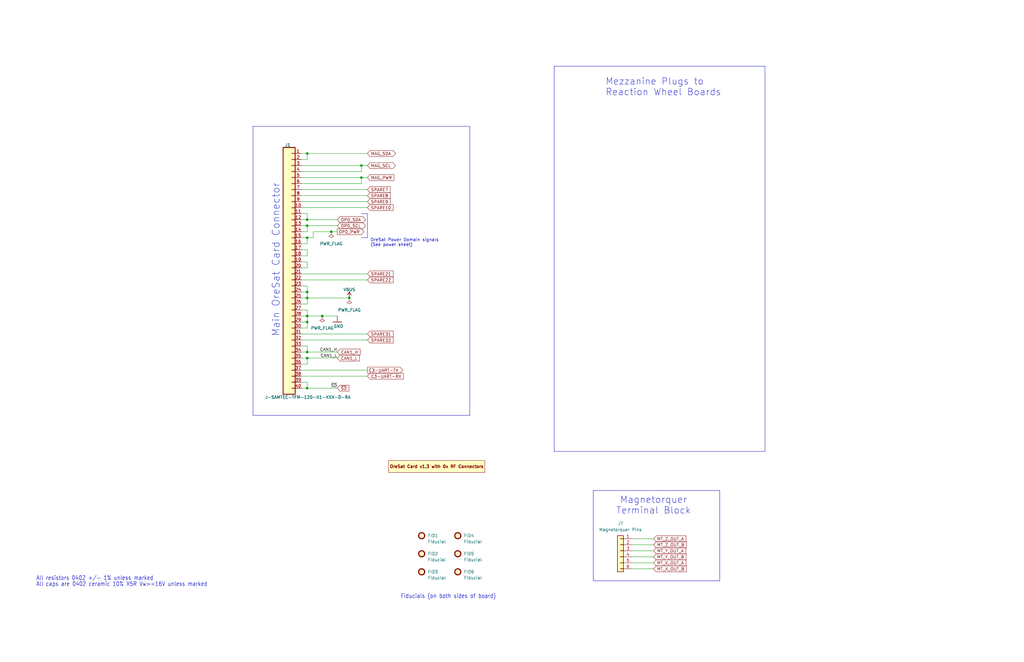
<source format=kicad_sch>
(kicad_sch (version 20250114) (generator "eeschema") (generator_version "9.0")
  (paper "B")
  (title_block (title "OreSat ADCS Card") (date "2023-11-21") (rev "v1.3"))
  (lib_symbols
    (symbol "Connector_Generic:Conn_01x06" (pin_names (offset 1.016) (hide yes))
      (property "Reference" "J" (at 0 7.62 0))
      (property "Value" "Conn_01x06" (at 0 -10.16 0))
      (symbol "Conn_01x06_1_1"
        (rectangle (start -1.27 6.35) (end 1.27 -8.89) (stroke (width 0.254)) (fill (type background)))
        (rectangle (start -1.27 5.207) (end 0 4.953) (stroke (width 0.1524)))
        (rectangle (start -1.27 2.667) (end 0 2.413) (stroke (width 0.1524)))
        (rectangle (start -1.27 0.127) (end 0 -0.127) (stroke (width 0.1524)))
        (rectangle (start -1.27 -2.413) (end 0 -2.667) (stroke (width 0.1524)))
        (rectangle (start -1.27 -4.953) (end 0 -5.207) (stroke (width 0.1524)))
        (rectangle (start -1.27 -7.493) (end 0 -7.747) (stroke (width 0.1524)))
        (pin passive line (at -5.08 5.08 0) (length 3.81) (name "Pin_1") (number "1"))
        (pin passive line (at -5.08 2.54 0) (length 3.81) (name "Pin_2") (number "2"))
        (pin passive line (at -5.08 0 0) (length 3.81) (name "Pin_3") (number "3"))
        (pin passive line (at -5.08 -2.54 0) (length 3.81) (name "Pin_4") (number "4"))
        (pin passive line (at -5.08 -5.08 0) (length 3.81) (name "Pin_5") (number "5"))
        (pin passive line (at -5.08 -7.62 0) (length 3.81) (name "Pin_6") (number "6"))
      )
    )
    (symbol "Mechanical:Fiducial"
      (property "Reference" "FID" (at 0 5.08 0))
      (property "Value" "Fiducial" (at 0 3.175 0))
      (symbol "Fiducial_0_1"
        (circle (center 0 0) (radius 1.27) (stroke (width 0.508)) (fill (type background)))
      )
    )
    (symbol "oresat-acs-card-eagle-import:GND" (power)
      (property "Value" "GND" (at -2.54 -2.54 0))
      (symbol "GND_1_0"
        (polyline (pts (xy -1.905 0) (xy 1.905 0)) (stroke (width 0.254)))
        (pin power_in line (at 0 2.54 270) (length 2.54) (name "GND") (number "1"))
      )
    )
    (symbol "oresat-acs-card-eagle-import:VBUS" (power)
      (property "Value" "VBUS" (at 0 0.254 0))
      (symbol "VBUS_1_0"
        (polyline (pts (xy 0 0) (xy -0.762 -1.27)) (stroke (width 0.254)))
        (polyline (pts (xy 0.762 -1.27) (xy 0 0)) (stroke (width 0.254)))
        (pin power_in line (at 0 -2.54 90) (length 2.54) (name "VBUS") (number "1"))
      )
    )
    (symbol "oresat-connectors:J-SAMTEC-TFM-120-01-L-D-RA" (pin_names (hide yes))
      (property "Reference" "J" (at 0 54.61 0))
      (property "Value" "J-SAMTEC-TFM-120-01-L-D-RA" (at 0 52.07 0))
      (symbol "J-SAMTEC-TFM-120-01-L-D-RA_0_1"
        (rectangle (start 2.413 48.387) (end 1.143 48.133) (stroke (width 0.1524)))
        (rectangle (start 2.413 45.847) (end 1.143 45.593) (stroke (width 0.1524)))
        (rectangle (start 2.413 43.307) (end 1.143 43.053) (stroke (width 0.1524)))
        (rectangle (start 2.413 40.767) (end 1.143 40.513) (stroke (width 0.1524)))
        (rectangle (start 2.413 38.227) (end 1.143 37.973) (stroke (width 0.1524)))
        (rectangle (start 2.413 35.687) (end 1.143 35.433) (stroke (width 0.1524)))
        (rectangle (start 2.413 33.147) (end 1.143 32.893) (stroke (width 0.1524)))
        (rectangle (start 2.413 30.607) (end 1.143 30.353) (stroke (width 0.1524)))
        (rectangle (start 2.413 28.067) (end 1.143 27.813) (stroke (width 0.1524)))
        (rectangle (start 2.413 25.527) (end 1.143 25.273) (stroke (width 0.1524)))
        (rectangle (start 2.413 22.987) (end 1.143 22.733) (stroke (width 0.1524)))
        (rectangle (start 2.413 20.447) (end 1.143 20.193) (stroke (width 0.1524)))
        (rectangle (start 2.413 17.907) (end 1.143 17.653) (stroke (width 0.1524)))
        (rectangle (start 2.413 15.367) (end 1.143 15.113) (stroke (width 0.1524)))
        (rectangle (start 2.413 12.827) (end 1.143 12.573) (stroke (width 0.1524)))
        (rectangle (start 2.413 10.287) (end 1.143 10.033) (stroke (width 0.1524)))
        (rectangle (start 2.413 7.747) (end 1.143 7.493) (stroke (width 0.1524)))
        (rectangle (start 2.413 5.207) (end 1.143 4.953) (stroke (width 0.1524)))
        (rectangle (start 2.413 2.667) (end 1.143 2.413) (stroke (width 0.1524)))
        (rectangle (start 2.413 0.127) (end 1.143 -0.127) (stroke (width 0.1524)))
        (rectangle (start 2.413 -2.413) (end 1.143 -2.667) (stroke (width 0.1524)))
        (rectangle (start 2.413 -4.953) (end 1.143 -5.207) (stroke (width 0.1524)))
        (rectangle (start 2.413 -7.493) (end 1.143 -7.747) (stroke (width 0.1524)))
        (rectangle (start 2.413 -10.033) (end 1.143 -10.287) (stroke (width 0.1524)))
        (rectangle (start 2.413 -12.573) (end 1.143 -12.827) (stroke (width 0.1524)))
        (rectangle (start 2.413 -15.113) (end 1.143 -15.367) (stroke (width 0.1524)))
        (rectangle (start 2.413 -17.653) (end 1.143 -17.907) (stroke (width 0.1524)))
        (rectangle (start 2.413 -20.193) (end 1.143 -20.447) (stroke (width 0.1524)))
        (rectangle (start 2.413 -22.733) (end 1.143 -22.987) (stroke (width 0.1524)))
        (rectangle (start 2.413 -25.273) (end 1.143 -25.527) (stroke (width 0.1524)))
        (rectangle (start 2.413 -27.813) (end 1.143 -28.067) (stroke (width 0.1524)))
        (rectangle (start 2.413 -30.353) (end 1.143 -30.607) (stroke (width 0.1524)))
        (rectangle (start 2.413 -32.893) (end 1.143 -33.147) (stroke (width 0.1524)))
        (rectangle (start 2.413 -35.433) (end 1.143 -35.687) (stroke (width 0.1524)))
        (rectangle (start 2.413 -37.973) (end 1.143 -38.227) (stroke (width 0.1524)))
        (rectangle (start 2.413 -40.513) (end 1.143 -40.767) (stroke (width 0.1524)))
        (rectangle (start 2.413 -43.053) (end 1.143 -43.307) (stroke (width 0.1524)))
        (rectangle (start 2.413 -45.593) (end 1.143 -45.847) (stroke (width 0.1524)))
        (rectangle (start 2.413 -48.133) (end 1.143 -48.387) (stroke (width 0.1524)))
        (rectangle (start 2.413 -50.673) (end 1.143 -50.927) (stroke (width 0.1524)))
      )
      (symbol "J-SAMTEC-TFM-120-01-L-D-RA_1_1"
        (rectangle (start -2.54 50.8) (end 2.54 -53.34) (stroke (width 0.4)) (fill (type background)))
        (pin passive line (at 5.08 48.26 180) (length 2.54) (name "") (number "1"))
        (pin passive line (at 5.08 45.72 180) (length 2.54) (name "") (number "2"))
        (pin passive line (at 5.08 43.18 180) (length 2.54) (name "") (number "3"))
        (pin passive line (at 5.08 40.64 180) (length 2.54) (name "") (number "4"))
        (pin passive line (at 5.08 38.1 180) (length 2.54) (name "") (number "5"))
        (pin passive line (at 5.08 35.56 180) (length 2.54) (name "") (number "6"))
        (pin passive line (at 5.08 33.02 180) (length 2.54) (name "") (number "7"))
        (pin passive line (at 5.08 30.48 180) (length 2.54) (name "") (number "8"))
        (pin passive line (at 5.08 27.94 180) (length 2.54) (name "") (number "9"))
        (pin passive line (at 5.08 25.4 180) (length 2.54) (name "") (number "10"))
        (pin passive line (at 5.08 22.86 180) (length 2.54) (name "") (number "11"))
        (pin passive line (at 5.08 20.32 180) (length 2.54) (name "") (number "12"))
        (pin passive line (at 5.08 17.78 180) (length 2.54) (name "") (number "13"))
        (pin passive line (at 5.08 15.24 180) (length 2.54) (name "") (number "14"))
        (pin passive line (at 5.08 12.7 180) (length 2.54) (name "") (number "15"))
        (pin passive line (at 5.08 10.16 180) (length 2.54) (name "") (number "16"))
        (pin passive line (at 5.08 7.62 180) (length 2.54) (name "") (number "17"))
        (pin passive line (at 5.08 5.08 180) (length 2.54) (name "") (number "18"))
        (pin passive line (at 5.08 2.54 180) (length 2.54) (name "") (number "19"))
        (pin passive line (at 5.08 0 180) (length 2.54) (name "") (number "20"))
        (pin passive line (at 5.08 -2.54 180) (length 2.54) (name "") (number "21"))
        (pin passive line (at 5.08 -5.08 180) (length 2.54) (name "") (number "22"))
        (pin passive line (at 5.08 -7.62 180) (length 2.54) (name "") (number "23"))
        (pin passive line (at 5.08 -10.16 180) (length 2.54) (name "") (number "24"))
        (pin passive line (at 5.08 -12.7 180) (length 2.54) (name "") (number "25"))
        (pin passive line (at 5.08 -15.24 180) (length 2.54) (name "") (number "26"))
        (pin passive line (at 5.08 -17.78 180) (length 2.54) (name "") (number "27"))
        (pin passive line (at 5.08 -20.32 180) (length 2.54) (name "") (number "28"))
        (pin passive line (at 5.08 -22.86 180) (length 2.54) (name "") (number "29"))
        (pin passive line (at 5.08 -25.4 180) (length 2.54) (name "") (number "30"))
        (pin passive line (at 5.08 -27.94 180) (length 2.54) (name "") (number "31"))
        (pin passive line (at 5.08 -30.48 180) (length 2.54) (name "") (number "32"))
        (pin passive line (at 5.08 -33.02 180) (length 2.54) (name "") (number "33"))
        (pin passive line (at 5.08 -35.56 180) (length 2.54) (name "") (number "34"))
        (pin passive line (at 5.08 -38.1 180) (length 2.54) (name "") (number "35"))
        (pin passive line (at 5.08 -40.64 180) (length 2.54) (name "") (number "36"))
        (pin passive line (at 5.08 -43.18 180) (length 2.54) (name "") (number "37"))
        (pin passive line (at 5.08 -45.72 180) (length 2.54) (name "") (number "38"))
        (pin passive line (at 5.08 -48.26 180) (length 2.54) (name "") (number "39"))
        (pin passive line (at 5.08 -50.8 180) (length 2.54) (name "") (number "40"))
      )
    )
    (symbol "oresat-pcbs:ORESAT-CARD-V1.3-0RF"
      (symbol "ORESAT-CARD-V1.3-0RF_1_0"
        (rectangle (start -20.32 2.54) (end 20.32 -2.54) (fill (type background)))
        (text "OreSat Card v1.3 with 0x RF Connectors" (at 0 0 0) (effects (font (size 1.27 1.27) (bold yes))))
      )
    )
    (symbol "power:PWR_FLAG" (power) (pin_numbers (hide yes)) (pin_names (offset 0) (hide yes))
      (property "Value" "PWR_FLAG" (at 0 3.81 0))
      (symbol "PWR_FLAG_0_0"
        (pin power_out line (at 0 0 90) (length 0) (name "pwr") (number "1"))
      )
      (symbol "PWR_FLAG_0_1"
        (polyline (pts (xy 0 0) (xy 0 1.27) (xy -1.016 1.905) (xy 0 2.54) (xy 1.016 1.905) (xy 0 1.27)))
      )
    )
  )
  (text "Main OreSat Card Connector" (at 118.11 142.24 90) (effects (font (size 3 3)) (justify left bottom)))
  (text "Fiducials (on both sides of board)" (at 168.91 252.73 0) (effects (font (size 1.778 1.5113)) (justify left bottom)))
  (text "Mezzanine Plugs to\nReaction Wheel Boards" (at 255.27 40.64 0) (effects (font (size 2.794 2.794)) (justify left bottom)))
  (text "Magnetorquer\nTerminal Block" (at 275.59 217.17 0) (effects (font (size 2.794 2.794)) (justify bottom)))
  (text "OreSat Power Domain signals\n(See power sheet)" (at 156.21 104.14 0) (effects (font (size 1.27 1.27)) (justify left bottom)))
  (text "All caps are 0402 ceramic 10% X5R Vw>=16V unless marked" (at 15.24 247.65 0) (effects (font (size 1.778 1.5113)) (justify left bottom)))
  (text "All resistors 0402 +/- 1% unless marked" (at 15.24 245.11 0) (effects (font (size 1.778 1.5113)) (justify left bottom)))
  (junction (at 147.32 125.73))
  (junction (at 129.54 95.25) (diameter 0.9144))
  (junction (at 129.54 163.83) (diameter 0.9144))
  (junction (at 139.7 97.79))
  (junction (at 129.54 135.89) (diameter 0.9144))
  (junction (at 129.54 92.71) (diameter 0.9144))
  (junction (at 152.4 74.93))
  (junction (at 129.54 123.19) (diameter 0.9144))
  (junction (at 129.54 148.59) (diameter 0.9144))
  (junction (at 129.54 151.13) (diameter 0.9144))
  (junction (at 129.54 125.73) (diameter 0.9144))
  (junction (at 129.54 64.77) (diameter 0.9144))
  (junction (at 129.54 133.35) (diameter 0.9144))
  (junction (at 152.4 69.85))
  (junction (at 129.54 100.33) (diameter 0.9144))
  (junction (at 135.89 133.35))
  (wire (pts (xy 129.54 133.35) (xy 135.89 133.35)))
  (wire (pts (xy 129.54 135.89) (xy 129.54 138.43)))
  (wire (pts (xy 129.54 113.03) (xy 127 113.03)))
  (wire (pts (xy 129.54 100.33) (xy 129.54 102.87)))
  (polyline (pts (xy 198.12 53.34) (xy 198.12 175.26)))
  (polyline (pts (xy 106.68 53.34) (xy 106.68 175.26)))
  (wire (pts (xy 129.54 95.25) (xy 129.54 97.79)))
  (wire (pts (xy 127 97.79) (xy 129.54 97.79)))
  (wire (pts (xy 127 100.33) (xy 129.54 100.33)))
  (wire (pts (xy 132.08 100.33) (xy 132.08 97.79)))
  (wire (pts (xy 129.54 161.29) (xy 129.54 163.83)))
  (wire (pts (xy 129.54 105.41) (xy 129.54 107.95)))
  (wire (pts (xy 127 82.55) (xy 154.94 82.55)))
  (wire (pts (xy 127 90.17) (xy 129.54 90.17)))
  (wire (pts (xy 135.89 133.35) (xy 142.24 133.35)))
  (wire (pts (xy 129.54 95.25) (xy 142.24 95.25)))
  (wire (pts (xy 127 130.81) (xy 129.54 130.81)))
  (wire (pts (xy 127 64.77) (xy 129.54 64.77)))
  (wire (pts (xy 266.7 237.49) (xy 275.59 237.49)))
  (polyline (pts (xy 154.94 100.33) (xy 152.4 100.33)))
  (wire (pts (xy 129.54 151.13) (xy 142.24 151.13)))
  (wire (pts (xy 129.54 92.71) (xy 142.24 92.71)))
  (wire (pts (xy 127 146.05) (xy 129.54 146.05)))
  (polyline (pts (xy 152.4 90.17) (xy 154.94 90.17)))
  (wire (pts (xy 127 72.39) (xy 152.4 72.39)))
  (wire (pts (xy 129.54 90.17) (xy 129.54 92.71)))
  (wire (pts (xy 127 151.13) (xy 129.54 151.13)))
  (wire (pts (xy 127 133.35) (xy 129.54 133.35)))
  (wire (pts (xy 129.54 146.05) (xy 129.54 148.59)))
  (wire (pts (xy 127 125.73) (xy 129.54 125.73)))
  (wire (pts (xy 127 95.25) (xy 129.54 95.25)))
  (polyline (pts (xy 154.94 90.17) (xy 154.94 100.33)))
  (wire (pts (xy 127 148.59) (xy 129.54 148.59)))
  (wire (pts (xy 129.54 123.19) (xy 129.54 125.73)))
  (wire (pts (xy 127 69.85) (xy 152.4 69.85)))
  (wire (pts (xy 129.54 100.33) (xy 132.08 100.33)))
  (wire (pts (xy 129.54 135.89) (xy 129.54 133.35)))
  (polyline (pts (xy 233.68 27.94) (xy 322.58 27.94)))
  (wire (pts (xy 129.54 163.83) (xy 127 163.83)))
  (wire (pts (xy 129.54 128.27) (xy 127 128.27)))
  (wire (pts (xy 139.7 97.79) (xy 142.24 97.79)))
  (wire (pts (xy 129.54 125.73) (xy 129.54 128.27)))
  (wire (pts (xy 127 67.31) (xy 129.54 67.31)))
  (polyline (pts (xy 106.68 53.34) (xy 198.12 53.34)))
  (wire (pts (xy 127 92.71) (xy 129.54 92.71)))
  (wire (pts (xy 127 115.57) (xy 154.94 115.57)))
  (wire (pts (xy 129.54 148.59) (xy 142.24 148.59)))
  (polyline (pts (xy 233.68 190.5) (xy 322.58 190.5)))
  (wire (pts (xy 129.54 123.19) (xy 127 123.19)))
  (polyline (pts (xy 322.58 190.5) (xy 322.58 27.94)))
  (wire (pts (xy 127 110.49) (xy 129.54 110.49)))
  (wire (pts (xy 127 107.95) (xy 129.54 107.95)))
  (wire (pts (xy 127 156.21) (xy 154.94 156.21)))
  (wire (pts (xy 129.54 110.49) (xy 129.54 113.03)))
  (wire (pts (xy 127 77.47) (xy 152.4 77.47)))
  (polyline (pts (xy 250.19 207.01) (xy 250.19 245.11)))
  (polyline (pts (xy 198.12 175.26) (xy 106.68 175.26)))
  (wire (pts (xy 127 118.11) (xy 154.94 118.11)))
  (wire (pts (xy 152.4 74.93) (xy 154.94 74.93)))
  (wire (pts (xy 266.7 232.41) (xy 275.59 232.41)))
  (wire (pts (xy 129.54 125.73) (xy 147.32 125.73)))
  (polyline (pts (xy 250.19 245.11) (xy 303.53 245.11)))
  (wire (pts (xy 152.4 69.85) (xy 154.94 69.85)))
  (wire (pts (xy 127 85.09) (xy 154.94 85.09)))
  (wire (pts (xy 127 120.65) (xy 129.54 120.65)))
  (wire (pts (xy 127 102.87) (xy 129.54 102.87)))
  (wire (pts (xy 129.54 151.13) (xy 129.54 153.67)))
  (polyline (pts (xy 303.53 245.11) (xy 303.53 207.01)))
  (wire (pts (xy 266.7 234.95) (xy 275.59 234.95)))
  (polyline (pts (xy 250.19 207.01) (xy 303.53 207.01)))
  (wire (pts (xy 127 143.51) (xy 154.94 143.51)))
  (wire (pts (xy 129.54 130.81) (xy 129.54 133.35)))
  (wire (pts (xy 266.7 229.87) (xy 275.59 229.87)))
  (wire (pts (xy 129.54 153.67) (xy 127 153.67)))
  (wire (pts (xy 129.54 67.31) (xy 129.54 64.77)))
  (wire (pts (xy 127 138.43) (xy 129.54 138.43)))
  (wire (pts (xy 127 140.97) (xy 154.94 140.97)))
  (polyline (pts (xy 233.68 27.94) (xy 233.68 190.5)))
  (wire (pts (xy 127 74.93) (xy 152.4 74.93)))
  (wire (pts (xy 129.54 64.77) (xy 154.94 64.77)))
  (wire (pts (xy 129.54 163.83) (xy 142.24 163.83)))
  (wire (pts (xy 152.4 69.85) (xy 152.4 72.39)))
  (wire (pts (xy 266.7 227.33) (xy 275.59 227.33)))
  (wire (pts (xy 129.54 120.65) (xy 129.54 123.19)))
  (wire (pts (xy 127 135.89) (xy 129.54 135.89)))
  (wire (pts (xy 127 87.63) (xy 154.94 87.63)))
  (wire (pts (xy 132.08 97.79) (xy 139.7 97.79)))
  (wire (pts (xy 152.4 74.93) (xy 152.4 77.47)))
  (wire (pts (xy 127 80.01) (xy 154.94 80.01)))
  (wire (pts (xy 127 105.41) (xy 129.54 105.41)))
  (wire (pts (xy 266.7 240.03) (xy 275.59 240.03)))
  (wire (pts (xy 127 158.75) (xy 154.94 158.75)))
  (wire (pts (xy 127 161.29) (xy 129.54 161.29)))
  (label "CAN1_H" (at 142.24 148.59 180))
  (label "~{SD}" (at 142.24 163.83 180))
  (label "CAN1_L" (at 142.24 151.13 180))
  (global_label "SPARE31" (shape input) (at 154.94 140.97 0) (property "Intersheetrefs" "${INTERSHEET_REFS}" (at 165.7593 140.8906 0) (effects (justify left))))
  (global_label "CAN1_L" (shape input) (at 142.24 151.13 0) (property "Intersheetrefs" "${INTERSHEET_REFS}" (at 151.5474 151.0506 0) (effects (justify left))))
  (global_label "SPARE32" (shape input) (at 154.94 143.51 0) (property "Intersheetrefs" "${INTERSHEET_REFS}" (at 165.7593 143.4306 0) (effects (justify left))))
  (global_label "CAN1_H" (shape input) (at 142.24 148.59 0) (property "Intersheetrefs" "${INTERSHEET_REFS}" (at 151.8498 148.5106 0) (effects (justify left))))
  (global_label "~{SD}" (shape input) (at 142.24 163.83 0) (property "Intersheetrefs" "${INTERSHEET_REFS}" (at 147.6253 163.83 0) (effects (justify left))))
  (global_label "SPARE10" (shape input) (at 154.94 87.63 0) (property "Intersheetrefs" "${INTERSHEET_REFS}" (at 165.7593 87.5506 0) (effects (justify left))))
  (global_label "SPARE7" (shape input) (at 154.94 80.01 0) (property "Intersheetrefs" "${INTERSHEET_REFS}" (at 164.5498 79.9306 0) (effects (justify left))))
  (global_label "MAG_PWR" (shape input) (at 154.94 74.93 0) (property "Intersheetrefs" "${INTERSHEET_REFS}" (at 166.6148 74.93 0) (effects (justify left))))
  (global_label "MAG_SDA" (shape bidirectional) (at 154.94 64.77 0) (property "Intersheetrefs" "${INTERSHEET_REFS}" (at 167.3028 64.77 0) (effects (justify left))))
  (global_label "SPARE8" (shape input) (at 154.94 82.55 0) (property "Intersheetrefs" "${INTERSHEET_REFS}" (at 164.5498 82.4706 0) (effects (justify left))))
  (global_label "C3-UART-RX" (shape input) (at 154.94 158.75 0) (property "Intersheetrefs" "${INTERSHEET_REFS}" (at 170.1136 158.6706 0) (effects (justify left))))
  (global_label "MT_X_OUT_A" (shape input) (at 275.59 237.49 0) (property "Intersheetrefs" "${INTERSHEET_REFS}" (at 289.675 237.4106 0) (effects (justify left))))
  (global_label "MAG_SCL" (shape bidirectional) (at 154.94 69.85 0) (property "Intersheetrefs" "${INTERSHEET_REFS}" (at 167.2423 69.85 0) (effects (justify left))))
  (global_label "MT_Y_OUT_B" (shape input) (at 275.59 234.95 0) (property "Intersheetrefs" "${INTERSHEET_REFS}" (at 289.3121 234.8706 0) (effects (justify left))))
  (global_label "MT_Z_OUT_A" (shape input) (at 275.59 227.33 0) (property "Intersheetrefs" "${INTERSHEET_REFS}" (at 289.675 227.2506 0) (effects (justify left))))
  (global_label "MT_X_OUT_B" (shape input) (at 275.59 240.03 0) (property "Intersheetrefs" "${INTERSHEET_REFS}" (at 289.8564 239.9506 0) (effects (justify left))))
  (global_label "OPD_SDA" (shape bidirectional) (at 142.24 92.71 0) (property "Intersheetrefs" "${INTERSHEET_REFS}" (at 154.6633 92.71 0) (effects (justify left))))
  (global_label "MT_Z_OUT_B" (shape input) (at 275.59 229.87 0) (property "Intersheetrefs" "${INTERSHEET_REFS}" (at 289.8564 229.7906 0) (effects (justify left))))
  (global_label "OPD_SCL" (shape bidirectional) (at 142.24 95.25 0) (property "Intersheetrefs" "${INTERSHEET_REFS}" (at 154.6028 95.25 0) (effects (justify left))))
  (global_label "SPARE9" (shape input) (at 154.94 85.09 0) (property "Intersheetrefs" "${INTERSHEET_REFS}" (at 164.5498 85.0106 0) (effects (justify left))))
  (global_label "SPARE21" (shape input) (at 154.94 115.57 0) (property "Intersheetrefs" "${INTERSHEET_REFS}" (at 165.7593 115.4906 0) (effects (justify left))))
  (global_label "SPARE22" (shape input) (at 154.94 118.11 0) (property "Intersheetrefs" "${INTERSHEET_REFS}" (at 165.7593 118.0306 0) (effects (justify left))))
  (global_label "MT_Y_OUT_A" (shape input) (at 275.59 232.41 0) (property "Intersheetrefs" "${INTERSHEET_REFS}" (at 289.1307 232.3306 0) (effects (justify left))))
  (global_label "C3-UART-TX" (shape output) (at 154.94 156.21 0) (property "Intersheetrefs" "${INTERSHEET_REFS}" (at 170.3039 156.21 0) (effects (justify left))))
  (global_label "OPD_PWR" (shape output) (at 142.24 97.79 0) (property "Intersheetrefs" "${INTERSHEET_REFS}" (at 153.9753 97.79 0) (effects (justify left))))
  (symbol (lib_id "Connector_Generic:Conn_01x06") (at 261.62 232.41 0) (mirror y) (unit 1)
    (property "Reference" "J7" (at 261.62 220.98 0))
    (property "Value" "Magnetorquer Pins" (at 261.62 223.52 0))
    (property "Footprint" "oresat-connectors:J-Wurth-691243100006" (effects (hide yes)))
    (property "Description" "6 Position Wire to Board Terminal Block Vertical with Board 0.138\" (3.50mm) Through Hole" (effects (hide yes)))
  )
  (symbol (lib_id "oresat-acs-card-eagle-import:VBUS") (at 147.32 123.19 0) (unit 1)
    (property "Reference" "#VBUS01" (effects (hide yes)))
    (property "Value" "VBUS" (at 147.32 122.936 0) (effects (justify bottom)))
  )
  (symbol (lib_id "oresat-connectors:J-SAMTEC-TFM-120-01-L-D-RA") (at 121.92 113.03 0) (unit 1)
    (property "Reference" "J1" (at 120.142 61.1632 0) (effects (justify left)))
    (property "Value" "J-SAMTEC-TFM-120-X1-XXX-D-RA" (at 111.76 167.64 0) (effects (justify left)))
    (property "Footprint" "oresat-connectors:J-SAMTEC-TFM-120-X1-XXX-D-RA" (effects (hide yes)))
    (property "Datasheet" "https://suddendocs.samtec.com/catalog_english/tfm.pdf" (effects (hide yes)))
    (property "DIST" "Digi-Key" (effects (hide yes)))
    (property "DPN" "SAM10145-ND " (effects (hide yes)))
    (property "MFR" "Samtec" (effects (hide yes)))
    (property "MPN" "TFM-120-01-L-D-RA" (effects (hide yes)))
  )
  (symbol (lib_id "power:PWR_FLAG") (at 139.7 97.79 180) (unit 1)
    (property "Reference" "#FLG0101" (effects (hide yes)))
    (property "Value" "PWR_FLAG" (at 139.7 102.87 0))
  )
  (symbol (lib_id "Mechanical:Fiducial") (at 193.04 241.3 0) (unit 1)
    (property "Reference" "FID6" (at 195.58 241.3 0) (effects (justify left)))
    (property "Value" "Fiducial" (at 195.58 243.84 0) (effects (justify left)))
    (property "Footprint" "Fiducial:Fiducial_1mm_Mask2mm" (effects (hide yes)))
  )
  (symbol (lib_id "oresat-pcbs:ORESAT-CARD-V1.3-0RF") (at 184.15 196.85 0) (unit 1)
    (property "Reference" "PCB1" (effects (hide yes)))
    (property "Value" "ORESAT-CARD-V1.3-GENERIC-0RF" (effects (hide yes)))
    (property "Footprint" "oresat-pcbs:ORESAT-CARD-V1.3-0RF" (effects (hide yes)))
  )
  (symbol (lib_id "Mechanical:Fiducial") (at 177.8 226.06 0) (unit 1)
    (property "Reference" "FID1" (at 180.34 226.06 0) (effects (justify left)))
    (property "Value" "Fiducial" (at 180.34 228.6 0) (effects (justify left)))
    (property "Footprint" "Fiducial:Fiducial_1mm_Mask2mm" (effects (hide yes)))
  )
  (symbol (lib_id "Mechanical:Fiducial") (at 193.04 226.06 0) (unit 1)
    (property "Reference" "FID4" (at 195.58 226.06 0) (effects (justify left)))
    (property "Value" "Fiducial" (at 195.58 228.6 0) (effects (justify left)))
    (property "Footprint" "Fiducial:Fiducial_1mm_Mask2mm" (effects (hide yes)))
  )
  (symbol (lib_id "Mechanical:Fiducial") (at 177.8 233.68 0) (unit 1)
    (property "Reference" "FID2" (at 180.34 233.68 0) (effects (justify left)))
    (property "Value" "Fiducial" (at 180.34 236.22 0) (effects (justify left)))
    (property "Footprint" "Fiducial:Fiducial_1mm_Mask2mm" (effects (hide yes)))
  )
  (symbol (lib_id "power:PWR_FLAG") (at 135.89 133.35 180) (unit 1)
    (property "Reference" "#FLG01" (effects (hide yes)))
    (property "Value" "PWR_FLAG" (at 135.89 138.43 0))
  )
  (symbol (lib_id "power:PWR_FLAG") (at 147.32 125.73 180) (unit 1)
    (property "Reference" "#FLG0102" (effects (hide yes)))
    (property "Value" "PWR_FLAG" (at 147.32 130.81 0))
  )
  (symbol (lib_id "oresat-acs-card-eagle-import:GND") (at 142.24 135.89 0) (mirror y) (unit 1)
    (property "Reference" "#GND01" (effects (hide yes)))
    (property "Value" "GND" (at 144.78 138.43 0) (effects (justify left bottom)))
  )
  (symbol (lib_id "Mechanical:Fiducial") (at 177.8 241.3 0) (unit 1)
    (property "Reference" "FID3" (at 180.34 241.3 0) (effects (justify left)))
    (property "Value" "Fiducial" (at 180.34 243.84 0) (effects (justify left)))
    (property "Footprint" "Fiducial:Fiducial_1mm_Mask2mm" (effects (hide yes)))
  )
  (symbol (lib_id "Mechanical:Fiducial") (at 193.04 233.68 0) (unit 1)
    (property "Reference" "FID5" (at 195.58 233.68 0) (effects (justify left)))
    (property "Value" "Fiducial" (at 195.58 236.22 0) (effects (justify left)))
    (property "Footprint" "Fiducial:Fiducial_1mm_Mask2mm" (effects (hide yes)))
  )
)
</source>
